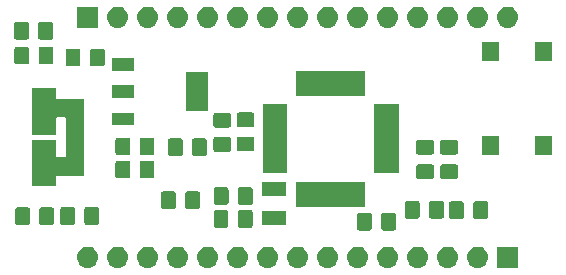
<source format=gbr>
G04 #@! TF.GenerationSoftware,KiCad,Pcbnew,(5.1.4)-1*
G04 #@! TF.CreationDate,2019-09-26T17:39:29-04:00*
G04 #@! TF.ProjectId,samd21-board,73616d64-3231-42d6-926f-6172642e6b69,rev?*
G04 #@! TF.SameCoordinates,Original*
G04 #@! TF.FileFunction,Soldermask,Top*
G04 #@! TF.FilePolarity,Negative*
%FSLAX46Y46*%
G04 Gerber Fmt 4.6, Leading zero omitted, Abs format (unit mm)*
G04 Created by KiCad (PCBNEW (5.1.4)-1) date 2019-09-26 17:39:29*
%MOMM*%
%LPD*%
G04 APERTURE LIST*
%ADD10C,0.100000*%
G04 APERTURE END LIST*
D10*
G36*
X78088443Y-97149519D02*
G01*
X78154627Y-97156037D01*
X78324466Y-97207557D01*
X78480991Y-97291222D01*
X78516729Y-97320552D01*
X78618186Y-97403814D01*
X78701448Y-97505271D01*
X78730778Y-97541009D01*
X78814443Y-97697534D01*
X78865963Y-97867373D01*
X78883359Y-98044000D01*
X78865963Y-98220627D01*
X78814443Y-98390466D01*
X78730778Y-98546991D01*
X78701448Y-98582729D01*
X78618186Y-98684186D01*
X78516729Y-98767448D01*
X78480991Y-98796778D01*
X78324466Y-98880443D01*
X78154627Y-98931963D01*
X78088443Y-98938481D01*
X78022260Y-98945000D01*
X77933740Y-98945000D01*
X77867558Y-98938482D01*
X77801373Y-98931963D01*
X77631534Y-98880443D01*
X77475009Y-98796778D01*
X77439271Y-98767448D01*
X77337814Y-98684186D01*
X77254552Y-98582729D01*
X77225222Y-98546991D01*
X77141557Y-98390466D01*
X77090037Y-98220627D01*
X77072641Y-98044000D01*
X77090037Y-97867373D01*
X77141557Y-97697534D01*
X77225222Y-97541009D01*
X77254552Y-97505271D01*
X77337814Y-97403814D01*
X77439271Y-97320552D01*
X77475009Y-97291222D01*
X77631534Y-97207557D01*
X77801373Y-97156037D01*
X77867557Y-97149519D01*
X77933740Y-97143000D01*
X78022260Y-97143000D01*
X78088443Y-97149519D01*
X78088443Y-97149519D01*
G37*
G36*
X96659000Y-98945000D02*
G01*
X94857000Y-98945000D01*
X94857000Y-97143000D01*
X96659000Y-97143000D01*
X96659000Y-98945000D01*
X96659000Y-98945000D01*
G37*
G36*
X88248443Y-97149519D02*
G01*
X88314627Y-97156037D01*
X88484466Y-97207557D01*
X88640991Y-97291222D01*
X88676729Y-97320552D01*
X88778186Y-97403814D01*
X88861448Y-97505271D01*
X88890778Y-97541009D01*
X88974443Y-97697534D01*
X89025963Y-97867373D01*
X89043359Y-98044000D01*
X89025963Y-98220627D01*
X88974443Y-98390466D01*
X88890778Y-98546991D01*
X88861448Y-98582729D01*
X88778186Y-98684186D01*
X88676729Y-98767448D01*
X88640991Y-98796778D01*
X88484466Y-98880443D01*
X88314627Y-98931963D01*
X88248443Y-98938481D01*
X88182260Y-98945000D01*
X88093740Y-98945000D01*
X88027558Y-98938482D01*
X87961373Y-98931963D01*
X87791534Y-98880443D01*
X87635009Y-98796778D01*
X87599271Y-98767448D01*
X87497814Y-98684186D01*
X87414552Y-98582729D01*
X87385222Y-98546991D01*
X87301557Y-98390466D01*
X87250037Y-98220627D01*
X87232641Y-98044000D01*
X87250037Y-97867373D01*
X87301557Y-97697534D01*
X87385222Y-97541009D01*
X87414552Y-97505271D01*
X87497814Y-97403814D01*
X87599271Y-97320552D01*
X87635009Y-97291222D01*
X87791534Y-97207557D01*
X87961373Y-97156037D01*
X88027558Y-97149518D01*
X88093740Y-97143000D01*
X88182260Y-97143000D01*
X88248443Y-97149519D01*
X88248443Y-97149519D01*
G37*
G36*
X85708443Y-97149519D02*
G01*
X85774627Y-97156037D01*
X85944466Y-97207557D01*
X86100991Y-97291222D01*
X86136729Y-97320552D01*
X86238186Y-97403814D01*
X86321448Y-97505271D01*
X86350778Y-97541009D01*
X86434443Y-97697534D01*
X86485963Y-97867373D01*
X86503359Y-98044000D01*
X86485963Y-98220627D01*
X86434443Y-98390466D01*
X86350778Y-98546991D01*
X86321448Y-98582729D01*
X86238186Y-98684186D01*
X86136729Y-98767448D01*
X86100991Y-98796778D01*
X85944466Y-98880443D01*
X85774627Y-98931963D01*
X85708443Y-98938481D01*
X85642260Y-98945000D01*
X85553740Y-98945000D01*
X85487558Y-98938482D01*
X85421373Y-98931963D01*
X85251534Y-98880443D01*
X85095009Y-98796778D01*
X85059271Y-98767448D01*
X84957814Y-98684186D01*
X84874552Y-98582729D01*
X84845222Y-98546991D01*
X84761557Y-98390466D01*
X84710037Y-98220627D01*
X84692641Y-98044000D01*
X84710037Y-97867373D01*
X84761557Y-97697534D01*
X84845222Y-97541009D01*
X84874552Y-97505271D01*
X84957814Y-97403814D01*
X85059271Y-97320552D01*
X85095009Y-97291222D01*
X85251534Y-97207557D01*
X85421373Y-97156037D01*
X85487557Y-97149519D01*
X85553740Y-97143000D01*
X85642260Y-97143000D01*
X85708443Y-97149519D01*
X85708443Y-97149519D01*
G37*
G36*
X83168443Y-97149519D02*
G01*
X83234627Y-97156037D01*
X83404466Y-97207557D01*
X83560991Y-97291222D01*
X83596729Y-97320552D01*
X83698186Y-97403814D01*
X83781448Y-97505271D01*
X83810778Y-97541009D01*
X83894443Y-97697534D01*
X83945963Y-97867373D01*
X83963359Y-98044000D01*
X83945963Y-98220627D01*
X83894443Y-98390466D01*
X83810778Y-98546991D01*
X83781448Y-98582729D01*
X83698186Y-98684186D01*
X83596729Y-98767448D01*
X83560991Y-98796778D01*
X83404466Y-98880443D01*
X83234627Y-98931963D01*
X83168443Y-98938481D01*
X83102260Y-98945000D01*
X83013740Y-98945000D01*
X82947558Y-98938482D01*
X82881373Y-98931963D01*
X82711534Y-98880443D01*
X82555009Y-98796778D01*
X82519271Y-98767448D01*
X82417814Y-98684186D01*
X82334552Y-98582729D01*
X82305222Y-98546991D01*
X82221557Y-98390466D01*
X82170037Y-98220627D01*
X82152641Y-98044000D01*
X82170037Y-97867373D01*
X82221557Y-97697534D01*
X82305222Y-97541009D01*
X82334552Y-97505271D01*
X82417814Y-97403814D01*
X82519271Y-97320552D01*
X82555009Y-97291222D01*
X82711534Y-97207557D01*
X82881373Y-97156037D01*
X82947557Y-97149519D01*
X83013740Y-97143000D01*
X83102260Y-97143000D01*
X83168443Y-97149519D01*
X83168443Y-97149519D01*
G37*
G36*
X80628443Y-97149519D02*
G01*
X80694627Y-97156037D01*
X80864466Y-97207557D01*
X81020991Y-97291222D01*
X81056729Y-97320552D01*
X81158186Y-97403814D01*
X81241448Y-97505271D01*
X81270778Y-97541009D01*
X81354443Y-97697534D01*
X81405963Y-97867373D01*
X81423359Y-98044000D01*
X81405963Y-98220627D01*
X81354443Y-98390466D01*
X81270778Y-98546991D01*
X81241448Y-98582729D01*
X81158186Y-98684186D01*
X81056729Y-98767448D01*
X81020991Y-98796778D01*
X80864466Y-98880443D01*
X80694627Y-98931963D01*
X80628443Y-98938481D01*
X80562260Y-98945000D01*
X80473740Y-98945000D01*
X80407558Y-98938482D01*
X80341373Y-98931963D01*
X80171534Y-98880443D01*
X80015009Y-98796778D01*
X79979271Y-98767448D01*
X79877814Y-98684186D01*
X79794552Y-98582729D01*
X79765222Y-98546991D01*
X79681557Y-98390466D01*
X79630037Y-98220627D01*
X79612641Y-98044000D01*
X79630037Y-97867373D01*
X79681557Y-97697534D01*
X79765222Y-97541009D01*
X79794552Y-97505271D01*
X79877814Y-97403814D01*
X79979271Y-97320552D01*
X80015009Y-97291222D01*
X80171534Y-97207557D01*
X80341373Y-97156037D01*
X80407557Y-97149519D01*
X80473740Y-97143000D01*
X80562260Y-97143000D01*
X80628443Y-97149519D01*
X80628443Y-97149519D01*
G37*
G36*
X90788443Y-97149519D02*
G01*
X90854627Y-97156037D01*
X91024466Y-97207557D01*
X91180991Y-97291222D01*
X91216729Y-97320552D01*
X91318186Y-97403814D01*
X91401448Y-97505271D01*
X91430778Y-97541009D01*
X91514443Y-97697534D01*
X91565963Y-97867373D01*
X91583359Y-98044000D01*
X91565963Y-98220627D01*
X91514443Y-98390466D01*
X91430778Y-98546991D01*
X91401448Y-98582729D01*
X91318186Y-98684186D01*
X91216729Y-98767448D01*
X91180991Y-98796778D01*
X91024466Y-98880443D01*
X90854627Y-98931963D01*
X90788443Y-98938481D01*
X90722260Y-98945000D01*
X90633740Y-98945000D01*
X90567558Y-98938482D01*
X90501373Y-98931963D01*
X90331534Y-98880443D01*
X90175009Y-98796778D01*
X90139271Y-98767448D01*
X90037814Y-98684186D01*
X89954552Y-98582729D01*
X89925222Y-98546991D01*
X89841557Y-98390466D01*
X89790037Y-98220627D01*
X89772641Y-98044000D01*
X89790037Y-97867373D01*
X89841557Y-97697534D01*
X89925222Y-97541009D01*
X89954552Y-97505271D01*
X90037814Y-97403814D01*
X90139271Y-97320552D01*
X90175009Y-97291222D01*
X90331534Y-97207557D01*
X90501373Y-97156037D01*
X90567558Y-97149518D01*
X90633740Y-97143000D01*
X90722260Y-97143000D01*
X90788443Y-97149519D01*
X90788443Y-97149519D01*
G37*
G36*
X93328443Y-97149519D02*
G01*
X93394627Y-97156037D01*
X93564466Y-97207557D01*
X93720991Y-97291222D01*
X93756729Y-97320552D01*
X93858186Y-97403814D01*
X93941448Y-97505271D01*
X93970778Y-97541009D01*
X94054443Y-97697534D01*
X94105963Y-97867373D01*
X94123359Y-98044000D01*
X94105963Y-98220627D01*
X94054443Y-98390466D01*
X93970778Y-98546991D01*
X93941448Y-98582729D01*
X93858186Y-98684186D01*
X93756729Y-98767448D01*
X93720991Y-98796778D01*
X93564466Y-98880443D01*
X93394627Y-98931963D01*
X93328443Y-98938481D01*
X93262260Y-98945000D01*
X93173740Y-98945000D01*
X93107558Y-98938482D01*
X93041373Y-98931963D01*
X92871534Y-98880443D01*
X92715009Y-98796778D01*
X92679271Y-98767448D01*
X92577814Y-98684186D01*
X92494552Y-98582729D01*
X92465222Y-98546991D01*
X92381557Y-98390466D01*
X92330037Y-98220627D01*
X92312641Y-98044000D01*
X92330037Y-97867373D01*
X92381557Y-97697534D01*
X92465222Y-97541009D01*
X92494552Y-97505271D01*
X92577814Y-97403814D01*
X92679271Y-97320552D01*
X92715009Y-97291222D01*
X92871534Y-97207557D01*
X93041373Y-97156037D01*
X93107558Y-97149518D01*
X93173740Y-97143000D01*
X93262260Y-97143000D01*
X93328443Y-97149519D01*
X93328443Y-97149519D01*
G37*
G36*
X75548443Y-97149519D02*
G01*
X75614627Y-97156037D01*
X75784466Y-97207557D01*
X75940991Y-97291222D01*
X75976729Y-97320552D01*
X76078186Y-97403814D01*
X76161448Y-97505271D01*
X76190778Y-97541009D01*
X76274443Y-97697534D01*
X76325963Y-97867373D01*
X76343359Y-98044000D01*
X76325963Y-98220627D01*
X76274443Y-98390466D01*
X76190778Y-98546991D01*
X76161448Y-98582729D01*
X76078186Y-98684186D01*
X75976729Y-98767448D01*
X75940991Y-98796778D01*
X75784466Y-98880443D01*
X75614627Y-98931963D01*
X75548443Y-98938481D01*
X75482260Y-98945000D01*
X75393740Y-98945000D01*
X75327558Y-98938482D01*
X75261373Y-98931963D01*
X75091534Y-98880443D01*
X74935009Y-98796778D01*
X74899271Y-98767448D01*
X74797814Y-98684186D01*
X74714552Y-98582729D01*
X74685222Y-98546991D01*
X74601557Y-98390466D01*
X74550037Y-98220627D01*
X74532641Y-98044000D01*
X74550037Y-97867373D01*
X74601557Y-97697534D01*
X74685222Y-97541009D01*
X74714552Y-97505271D01*
X74797814Y-97403814D01*
X74899271Y-97320552D01*
X74935009Y-97291222D01*
X75091534Y-97207557D01*
X75261373Y-97156037D01*
X75327557Y-97149519D01*
X75393740Y-97143000D01*
X75482260Y-97143000D01*
X75548443Y-97149519D01*
X75548443Y-97149519D01*
G37*
G36*
X73008443Y-97149519D02*
G01*
X73074627Y-97156037D01*
X73244466Y-97207557D01*
X73400991Y-97291222D01*
X73436729Y-97320552D01*
X73538186Y-97403814D01*
X73621448Y-97505271D01*
X73650778Y-97541009D01*
X73734443Y-97697534D01*
X73785963Y-97867373D01*
X73803359Y-98044000D01*
X73785963Y-98220627D01*
X73734443Y-98390466D01*
X73650778Y-98546991D01*
X73621448Y-98582729D01*
X73538186Y-98684186D01*
X73436729Y-98767448D01*
X73400991Y-98796778D01*
X73244466Y-98880443D01*
X73074627Y-98931963D01*
X73008443Y-98938481D01*
X72942260Y-98945000D01*
X72853740Y-98945000D01*
X72787558Y-98938482D01*
X72721373Y-98931963D01*
X72551534Y-98880443D01*
X72395009Y-98796778D01*
X72359271Y-98767448D01*
X72257814Y-98684186D01*
X72174552Y-98582729D01*
X72145222Y-98546991D01*
X72061557Y-98390466D01*
X72010037Y-98220627D01*
X71992641Y-98044000D01*
X72010037Y-97867373D01*
X72061557Y-97697534D01*
X72145222Y-97541009D01*
X72174552Y-97505271D01*
X72257814Y-97403814D01*
X72359271Y-97320552D01*
X72395009Y-97291222D01*
X72551534Y-97207557D01*
X72721373Y-97156037D01*
X72787557Y-97149519D01*
X72853740Y-97143000D01*
X72942260Y-97143000D01*
X73008443Y-97149519D01*
X73008443Y-97149519D01*
G37*
G36*
X70468443Y-97149519D02*
G01*
X70534627Y-97156037D01*
X70704466Y-97207557D01*
X70860991Y-97291222D01*
X70896729Y-97320552D01*
X70998186Y-97403814D01*
X71081448Y-97505271D01*
X71110778Y-97541009D01*
X71194443Y-97697534D01*
X71245963Y-97867373D01*
X71263359Y-98044000D01*
X71245963Y-98220627D01*
X71194443Y-98390466D01*
X71110778Y-98546991D01*
X71081448Y-98582729D01*
X70998186Y-98684186D01*
X70896729Y-98767448D01*
X70860991Y-98796778D01*
X70704466Y-98880443D01*
X70534627Y-98931963D01*
X70468443Y-98938481D01*
X70402260Y-98945000D01*
X70313740Y-98945000D01*
X70247558Y-98938482D01*
X70181373Y-98931963D01*
X70011534Y-98880443D01*
X69855009Y-98796778D01*
X69819271Y-98767448D01*
X69717814Y-98684186D01*
X69634552Y-98582729D01*
X69605222Y-98546991D01*
X69521557Y-98390466D01*
X69470037Y-98220627D01*
X69452641Y-98044000D01*
X69470037Y-97867373D01*
X69521557Y-97697534D01*
X69605222Y-97541009D01*
X69634552Y-97505271D01*
X69717814Y-97403814D01*
X69819271Y-97320552D01*
X69855009Y-97291222D01*
X70011534Y-97207557D01*
X70181373Y-97156037D01*
X70247557Y-97149519D01*
X70313740Y-97143000D01*
X70402260Y-97143000D01*
X70468443Y-97149519D01*
X70468443Y-97149519D01*
G37*
G36*
X67928443Y-97149519D02*
G01*
X67994627Y-97156037D01*
X68164466Y-97207557D01*
X68320991Y-97291222D01*
X68356729Y-97320552D01*
X68458186Y-97403814D01*
X68541448Y-97505271D01*
X68570778Y-97541009D01*
X68654443Y-97697534D01*
X68705963Y-97867373D01*
X68723359Y-98044000D01*
X68705963Y-98220627D01*
X68654443Y-98390466D01*
X68570778Y-98546991D01*
X68541448Y-98582729D01*
X68458186Y-98684186D01*
X68356729Y-98767448D01*
X68320991Y-98796778D01*
X68164466Y-98880443D01*
X67994627Y-98931963D01*
X67928442Y-98938482D01*
X67862260Y-98945000D01*
X67773740Y-98945000D01*
X67707558Y-98938482D01*
X67641373Y-98931963D01*
X67471534Y-98880443D01*
X67315009Y-98796778D01*
X67279271Y-98767448D01*
X67177814Y-98684186D01*
X67094552Y-98582729D01*
X67065222Y-98546991D01*
X66981557Y-98390466D01*
X66930037Y-98220627D01*
X66912641Y-98044000D01*
X66930037Y-97867373D01*
X66981557Y-97697534D01*
X67065222Y-97541009D01*
X67094552Y-97505271D01*
X67177814Y-97403814D01*
X67279271Y-97320552D01*
X67315009Y-97291222D01*
X67471534Y-97207557D01*
X67641373Y-97156037D01*
X67707557Y-97149519D01*
X67773740Y-97143000D01*
X67862260Y-97143000D01*
X67928443Y-97149519D01*
X67928443Y-97149519D01*
G37*
G36*
X65388443Y-97149519D02*
G01*
X65454627Y-97156037D01*
X65624466Y-97207557D01*
X65780991Y-97291222D01*
X65816729Y-97320552D01*
X65918186Y-97403814D01*
X66001448Y-97505271D01*
X66030778Y-97541009D01*
X66114443Y-97697534D01*
X66165963Y-97867373D01*
X66183359Y-98044000D01*
X66165963Y-98220627D01*
X66114443Y-98390466D01*
X66030778Y-98546991D01*
X66001448Y-98582729D01*
X65918186Y-98684186D01*
X65816729Y-98767448D01*
X65780991Y-98796778D01*
X65624466Y-98880443D01*
X65454627Y-98931963D01*
X65388442Y-98938482D01*
X65322260Y-98945000D01*
X65233740Y-98945000D01*
X65167558Y-98938482D01*
X65101373Y-98931963D01*
X64931534Y-98880443D01*
X64775009Y-98796778D01*
X64739271Y-98767448D01*
X64637814Y-98684186D01*
X64554552Y-98582729D01*
X64525222Y-98546991D01*
X64441557Y-98390466D01*
X64390037Y-98220627D01*
X64372641Y-98044000D01*
X64390037Y-97867373D01*
X64441557Y-97697534D01*
X64525222Y-97541009D01*
X64554552Y-97505271D01*
X64637814Y-97403814D01*
X64739271Y-97320552D01*
X64775009Y-97291222D01*
X64931534Y-97207557D01*
X65101373Y-97156037D01*
X65167557Y-97149519D01*
X65233740Y-97143000D01*
X65322260Y-97143000D01*
X65388443Y-97149519D01*
X65388443Y-97149519D01*
G37*
G36*
X62848443Y-97149519D02*
G01*
X62914627Y-97156037D01*
X63084466Y-97207557D01*
X63240991Y-97291222D01*
X63276729Y-97320552D01*
X63378186Y-97403814D01*
X63461448Y-97505271D01*
X63490778Y-97541009D01*
X63574443Y-97697534D01*
X63625963Y-97867373D01*
X63643359Y-98044000D01*
X63625963Y-98220627D01*
X63574443Y-98390466D01*
X63490778Y-98546991D01*
X63461448Y-98582729D01*
X63378186Y-98684186D01*
X63276729Y-98767448D01*
X63240991Y-98796778D01*
X63084466Y-98880443D01*
X62914627Y-98931963D01*
X62848442Y-98938482D01*
X62782260Y-98945000D01*
X62693740Y-98945000D01*
X62627558Y-98938482D01*
X62561373Y-98931963D01*
X62391534Y-98880443D01*
X62235009Y-98796778D01*
X62199271Y-98767448D01*
X62097814Y-98684186D01*
X62014552Y-98582729D01*
X61985222Y-98546991D01*
X61901557Y-98390466D01*
X61850037Y-98220627D01*
X61832641Y-98044000D01*
X61850037Y-97867373D01*
X61901557Y-97697534D01*
X61985222Y-97541009D01*
X62014552Y-97505271D01*
X62097814Y-97403814D01*
X62199271Y-97320552D01*
X62235009Y-97291222D01*
X62391534Y-97207557D01*
X62561373Y-97156037D01*
X62627557Y-97149519D01*
X62693740Y-97143000D01*
X62782260Y-97143000D01*
X62848443Y-97149519D01*
X62848443Y-97149519D01*
G37*
G36*
X60308443Y-97149519D02*
G01*
X60374627Y-97156037D01*
X60544466Y-97207557D01*
X60700991Y-97291222D01*
X60736729Y-97320552D01*
X60838186Y-97403814D01*
X60921448Y-97505271D01*
X60950778Y-97541009D01*
X61034443Y-97697534D01*
X61085963Y-97867373D01*
X61103359Y-98044000D01*
X61085963Y-98220627D01*
X61034443Y-98390466D01*
X60950778Y-98546991D01*
X60921448Y-98582729D01*
X60838186Y-98684186D01*
X60736729Y-98767448D01*
X60700991Y-98796778D01*
X60544466Y-98880443D01*
X60374627Y-98931963D01*
X60308442Y-98938482D01*
X60242260Y-98945000D01*
X60153740Y-98945000D01*
X60087558Y-98938482D01*
X60021373Y-98931963D01*
X59851534Y-98880443D01*
X59695009Y-98796778D01*
X59659271Y-98767448D01*
X59557814Y-98684186D01*
X59474552Y-98582729D01*
X59445222Y-98546991D01*
X59361557Y-98390466D01*
X59310037Y-98220627D01*
X59292641Y-98044000D01*
X59310037Y-97867373D01*
X59361557Y-97697534D01*
X59445222Y-97541009D01*
X59474552Y-97505271D01*
X59557814Y-97403814D01*
X59659271Y-97320552D01*
X59695009Y-97291222D01*
X59851534Y-97207557D01*
X60021373Y-97156037D01*
X60087557Y-97149519D01*
X60153740Y-97143000D01*
X60242260Y-97143000D01*
X60308443Y-97149519D01*
X60308443Y-97149519D01*
G37*
G36*
X84096874Y-94287565D02*
G01*
X84134567Y-94298999D01*
X84169303Y-94317566D01*
X84199748Y-94342552D01*
X84224734Y-94372997D01*
X84243301Y-94407733D01*
X84254735Y-94445426D01*
X84259200Y-94490761D01*
X84259200Y-95577439D01*
X84254735Y-95622774D01*
X84243301Y-95660467D01*
X84224734Y-95695203D01*
X84199748Y-95725648D01*
X84169303Y-95750634D01*
X84134567Y-95769201D01*
X84096874Y-95780635D01*
X84051539Y-95785100D01*
X83214861Y-95785100D01*
X83169526Y-95780635D01*
X83131833Y-95769201D01*
X83097097Y-95750634D01*
X83066652Y-95725648D01*
X83041666Y-95695203D01*
X83023099Y-95660467D01*
X83011665Y-95622774D01*
X83007200Y-95577439D01*
X83007200Y-94490761D01*
X83011665Y-94445426D01*
X83023099Y-94407733D01*
X83041666Y-94372997D01*
X83066652Y-94342552D01*
X83097097Y-94317566D01*
X83131833Y-94298999D01*
X83169526Y-94287565D01*
X83214861Y-94283100D01*
X84051539Y-94283100D01*
X84096874Y-94287565D01*
X84096874Y-94287565D01*
G37*
G36*
X86146874Y-94287565D02*
G01*
X86184567Y-94298999D01*
X86219303Y-94317566D01*
X86249748Y-94342552D01*
X86274734Y-94372997D01*
X86293301Y-94407733D01*
X86304735Y-94445426D01*
X86309200Y-94490761D01*
X86309200Y-95577439D01*
X86304735Y-95622774D01*
X86293301Y-95660467D01*
X86274734Y-95695203D01*
X86249748Y-95725648D01*
X86219303Y-95750634D01*
X86184567Y-95769201D01*
X86146874Y-95780635D01*
X86101539Y-95785100D01*
X85264861Y-95785100D01*
X85219526Y-95780635D01*
X85181833Y-95769201D01*
X85147097Y-95750634D01*
X85116652Y-95725648D01*
X85091666Y-95695203D01*
X85073099Y-95660467D01*
X85061665Y-95622774D01*
X85057200Y-95577439D01*
X85057200Y-94490761D01*
X85061665Y-94445426D01*
X85073099Y-94407733D01*
X85091666Y-94372997D01*
X85116652Y-94342552D01*
X85147097Y-94317566D01*
X85181833Y-94298999D01*
X85219526Y-94287565D01*
X85264861Y-94283100D01*
X86101539Y-94283100D01*
X86146874Y-94287565D01*
X86146874Y-94287565D01*
G37*
G36*
X74005674Y-94058965D02*
G01*
X74043367Y-94070399D01*
X74078103Y-94088966D01*
X74108548Y-94113952D01*
X74133534Y-94144397D01*
X74152101Y-94179133D01*
X74163535Y-94216826D01*
X74168000Y-94262161D01*
X74168000Y-95348839D01*
X74163535Y-95394174D01*
X74152101Y-95431867D01*
X74133534Y-95466603D01*
X74108548Y-95497048D01*
X74078103Y-95522034D01*
X74043367Y-95540601D01*
X74005674Y-95552035D01*
X73960339Y-95556500D01*
X73123661Y-95556500D01*
X73078326Y-95552035D01*
X73040633Y-95540601D01*
X73005897Y-95522034D01*
X72975452Y-95497048D01*
X72950466Y-95466603D01*
X72931899Y-95431867D01*
X72920465Y-95394174D01*
X72916000Y-95348839D01*
X72916000Y-94262161D01*
X72920465Y-94216826D01*
X72931899Y-94179133D01*
X72950466Y-94144397D01*
X72975452Y-94113952D01*
X73005897Y-94088966D01*
X73040633Y-94070399D01*
X73078326Y-94058965D01*
X73123661Y-94054500D01*
X73960339Y-94054500D01*
X74005674Y-94058965D01*
X74005674Y-94058965D01*
G37*
G36*
X71955674Y-94058965D02*
G01*
X71993367Y-94070399D01*
X72028103Y-94088966D01*
X72058548Y-94113952D01*
X72083534Y-94144397D01*
X72102101Y-94179133D01*
X72113535Y-94216826D01*
X72118000Y-94262161D01*
X72118000Y-95348839D01*
X72113535Y-95394174D01*
X72102101Y-95431867D01*
X72083534Y-95466603D01*
X72058548Y-95497048D01*
X72028103Y-95522034D01*
X71993367Y-95540601D01*
X71955674Y-95552035D01*
X71910339Y-95556500D01*
X71073661Y-95556500D01*
X71028326Y-95552035D01*
X70990633Y-95540601D01*
X70955897Y-95522034D01*
X70925452Y-95497048D01*
X70900466Y-95466603D01*
X70881899Y-95431867D01*
X70870465Y-95394174D01*
X70866000Y-95348839D01*
X70866000Y-94262161D01*
X70870465Y-94216826D01*
X70881899Y-94179133D01*
X70900466Y-94144397D01*
X70925452Y-94113952D01*
X70955897Y-94088966D01*
X70990633Y-94070399D01*
X71028326Y-94058965D01*
X71073661Y-94054500D01*
X71910339Y-94054500D01*
X71955674Y-94058965D01*
X71955674Y-94058965D01*
G37*
G36*
X76972400Y-95348400D02*
G01*
X74970400Y-95348400D01*
X74970400Y-94146400D01*
X76972400Y-94146400D01*
X76972400Y-95348400D01*
X76972400Y-95348400D01*
G37*
G36*
X55153574Y-93830365D02*
G01*
X55191267Y-93841799D01*
X55226003Y-93860366D01*
X55256448Y-93885352D01*
X55281434Y-93915797D01*
X55300001Y-93950533D01*
X55311435Y-93988226D01*
X55315900Y-94033561D01*
X55315900Y-95120239D01*
X55311435Y-95165574D01*
X55300001Y-95203267D01*
X55281434Y-95238003D01*
X55256448Y-95268448D01*
X55226003Y-95293434D01*
X55191267Y-95312001D01*
X55153574Y-95323435D01*
X55108239Y-95327900D01*
X54271561Y-95327900D01*
X54226226Y-95323435D01*
X54188533Y-95312001D01*
X54153797Y-95293434D01*
X54123352Y-95268448D01*
X54098366Y-95238003D01*
X54079799Y-95203267D01*
X54068365Y-95165574D01*
X54063900Y-95120239D01*
X54063900Y-94033561D01*
X54068365Y-93988226D01*
X54079799Y-93950533D01*
X54098366Y-93915797D01*
X54123352Y-93885352D01*
X54153797Y-93860366D01*
X54188533Y-93841799D01*
X54226226Y-93830365D01*
X54271561Y-93825900D01*
X55108239Y-93825900D01*
X55153574Y-93830365D01*
X55153574Y-93830365D01*
G37*
G36*
X57203574Y-93830365D02*
G01*
X57241267Y-93841799D01*
X57276003Y-93860366D01*
X57306448Y-93885352D01*
X57331434Y-93915797D01*
X57350001Y-93950533D01*
X57361435Y-93988226D01*
X57365900Y-94033561D01*
X57365900Y-95120239D01*
X57361435Y-95165574D01*
X57350001Y-95203267D01*
X57331434Y-95238003D01*
X57306448Y-95268448D01*
X57276003Y-95293434D01*
X57241267Y-95312001D01*
X57203574Y-95323435D01*
X57158239Y-95327900D01*
X56321561Y-95327900D01*
X56276226Y-95323435D01*
X56238533Y-95312001D01*
X56203797Y-95293434D01*
X56173352Y-95268448D01*
X56148366Y-95238003D01*
X56129799Y-95203267D01*
X56118365Y-95165574D01*
X56113900Y-95120239D01*
X56113900Y-94033561D01*
X56118365Y-93988226D01*
X56129799Y-93950533D01*
X56148366Y-93915797D01*
X56173352Y-93885352D01*
X56203797Y-93860366D01*
X56238533Y-93841799D01*
X56276226Y-93830365D01*
X56321561Y-93825900D01*
X57158239Y-93825900D01*
X57203574Y-93830365D01*
X57203574Y-93830365D01*
G37*
G36*
X58963574Y-93804965D02*
G01*
X59001267Y-93816399D01*
X59036003Y-93834966D01*
X59066448Y-93859952D01*
X59091434Y-93890397D01*
X59110001Y-93925133D01*
X59121435Y-93962826D01*
X59125900Y-94008161D01*
X59125900Y-95094839D01*
X59121435Y-95140174D01*
X59110001Y-95177867D01*
X59091434Y-95212603D01*
X59066448Y-95243048D01*
X59036003Y-95268034D01*
X59001267Y-95286601D01*
X58963574Y-95298035D01*
X58918239Y-95302500D01*
X58081561Y-95302500D01*
X58036226Y-95298035D01*
X57998533Y-95286601D01*
X57963797Y-95268034D01*
X57933352Y-95243048D01*
X57908366Y-95212603D01*
X57889799Y-95177867D01*
X57878365Y-95140174D01*
X57873900Y-95094839D01*
X57873900Y-94008161D01*
X57878365Y-93962826D01*
X57889799Y-93925133D01*
X57908366Y-93890397D01*
X57933352Y-93859952D01*
X57963797Y-93834966D01*
X57998533Y-93816399D01*
X58036226Y-93804965D01*
X58081561Y-93800500D01*
X58918239Y-93800500D01*
X58963574Y-93804965D01*
X58963574Y-93804965D01*
G37*
G36*
X61013574Y-93804965D02*
G01*
X61051267Y-93816399D01*
X61086003Y-93834966D01*
X61116448Y-93859952D01*
X61141434Y-93890397D01*
X61160001Y-93925133D01*
X61171435Y-93962826D01*
X61175900Y-94008161D01*
X61175900Y-95094839D01*
X61171435Y-95140174D01*
X61160001Y-95177867D01*
X61141434Y-95212603D01*
X61116448Y-95243048D01*
X61086003Y-95268034D01*
X61051267Y-95286601D01*
X61013574Y-95298035D01*
X60968239Y-95302500D01*
X60131561Y-95302500D01*
X60086226Y-95298035D01*
X60048533Y-95286601D01*
X60013797Y-95268034D01*
X59983352Y-95243048D01*
X59958366Y-95212603D01*
X59939799Y-95177867D01*
X59928365Y-95140174D01*
X59923900Y-95094839D01*
X59923900Y-94008161D01*
X59928365Y-93962826D01*
X59939799Y-93925133D01*
X59958366Y-93890397D01*
X59983352Y-93859952D01*
X60013797Y-93834966D01*
X60048533Y-93816399D01*
X60086226Y-93804965D01*
X60131561Y-93800500D01*
X60968239Y-93800500D01*
X61013574Y-93804965D01*
X61013574Y-93804965D01*
G37*
G36*
X91894674Y-93309665D02*
G01*
X91932367Y-93321099D01*
X91967103Y-93339666D01*
X91997548Y-93364652D01*
X92022534Y-93395097D01*
X92041101Y-93429833D01*
X92052535Y-93467526D01*
X92057000Y-93512861D01*
X92057000Y-94599539D01*
X92052535Y-94644874D01*
X92041101Y-94682567D01*
X92022534Y-94717303D01*
X91997548Y-94747748D01*
X91967103Y-94772734D01*
X91932367Y-94791301D01*
X91894674Y-94802735D01*
X91849339Y-94807200D01*
X91012661Y-94807200D01*
X90967326Y-94802735D01*
X90929633Y-94791301D01*
X90894897Y-94772734D01*
X90864452Y-94747748D01*
X90839466Y-94717303D01*
X90820899Y-94682567D01*
X90809465Y-94644874D01*
X90805000Y-94599539D01*
X90805000Y-93512861D01*
X90809465Y-93467526D01*
X90820899Y-93429833D01*
X90839466Y-93395097D01*
X90864452Y-93364652D01*
X90894897Y-93339666D01*
X90929633Y-93321099D01*
X90967326Y-93309665D01*
X91012661Y-93305200D01*
X91849339Y-93305200D01*
X91894674Y-93309665D01*
X91894674Y-93309665D01*
G37*
G36*
X93944674Y-93309665D02*
G01*
X93982367Y-93321099D01*
X94017103Y-93339666D01*
X94047548Y-93364652D01*
X94072534Y-93395097D01*
X94091101Y-93429833D01*
X94102535Y-93467526D01*
X94107000Y-93512861D01*
X94107000Y-94599539D01*
X94102535Y-94644874D01*
X94091101Y-94682567D01*
X94072534Y-94717303D01*
X94047548Y-94747748D01*
X94017103Y-94772734D01*
X93982367Y-94791301D01*
X93944674Y-94802735D01*
X93899339Y-94807200D01*
X93062661Y-94807200D01*
X93017326Y-94802735D01*
X92979633Y-94791301D01*
X92944897Y-94772734D01*
X92914452Y-94747748D01*
X92889466Y-94717303D01*
X92870899Y-94682567D01*
X92859465Y-94644874D01*
X92855000Y-94599539D01*
X92855000Y-93512861D01*
X92859465Y-93467526D01*
X92870899Y-93429833D01*
X92889466Y-93395097D01*
X92914452Y-93364652D01*
X92944897Y-93339666D01*
X92979633Y-93321099D01*
X93017326Y-93309665D01*
X93062661Y-93305200D01*
X93899339Y-93305200D01*
X93944674Y-93309665D01*
X93944674Y-93309665D01*
G37*
G36*
X90198174Y-93284265D02*
G01*
X90235867Y-93295699D01*
X90270603Y-93314266D01*
X90301048Y-93339252D01*
X90326034Y-93369697D01*
X90344601Y-93404433D01*
X90356035Y-93442126D01*
X90360500Y-93487461D01*
X90360500Y-94574139D01*
X90356035Y-94619474D01*
X90344601Y-94657167D01*
X90326034Y-94691903D01*
X90301048Y-94722348D01*
X90270603Y-94747334D01*
X90235867Y-94765901D01*
X90198174Y-94777335D01*
X90152839Y-94781800D01*
X89316161Y-94781800D01*
X89270826Y-94777335D01*
X89233133Y-94765901D01*
X89198397Y-94747334D01*
X89167952Y-94722348D01*
X89142966Y-94691903D01*
X89124399Y-94657167D01*
X89112965Y-94619474D01*
X89108500Y-94574139D01*
X89108500Y-93487461D01*
X89112965Y-93442126D01*
X89124399Y-93404433D01*
X89142966Y-93369697D01*
X89167952Y-93339252D01*
X89198397Y-93314266D01*
X89233133Y-93295699D01*
X89270826Y-93284265D01*
X89316161Y-93279800D01*
X90152839Y-93279800D01*
X90198174Y-93284265D01*
X90198174Y-93284265D01*
G37*
G36*
X88148174Y-93284265D02*
G01*
X88185867Y-93295699D01*
X88220603Y-93314266D01*
X88251048Y-93339252D01*
X88276034Y-93369697D01*
X88294601Y-93404433D01*
X88306035Y-93442126D01*
X88310500Y-93487461D01*
X88310500Y-94574139D01*
X88306035Y-94619474D01*
X88294601Y-94657167D01*
X88276034Y-94691903D01*
X88251048Y-94722348D01*
X88220603Y-94747334D01*
X88185867Y-94765901D01*
X88148174Y-94777335D01*
X88102839Y-94781800D01*
X87266161Y-94781800D01*
X87220826Y-94777335D01*
X87183133Y-94765901D01*
X87148397Y-94747334D01*
X87117952Y-94722348D01*
X87092966Y-94691903D01*
X87074399Y-94657167D01*
X87062965Y-94619474D01*
X87058500Y-94574139D01*
X87058500Y-93487461D01*
X87062965Y-93442126D01*
X87074399Y-93404433D01*
X87092966Y-93369697D01*
X87117952Y-93339252D01*
X87148397Y-93314266D01*
X87183133Y-93295699D01*
X87220826Y-93284265D01*
X87266161Y-93279800D01*
X88102839Y-93279800D01*
X88148174Y-93284265D01*
X88148174Y-93284265D01*
G37*
G36*
X67497974Y-92471465D02*
G01*
X67535667Y-92482899D01*
X67570403Y-92501466D01*
X67600848Y-92526452D01*
X67625834Y-92556897D01*
X67644401Y-92591633D01*
X67655835Y-92629326D01*
X67660300Y-92674661D01*
X67660300Y-93761339D01*
X67655835Y-93806674D01*
X67644401Y-93844367D01*
X67625834Y-93879103D01*
X67600848Y-93909548D01*
X67570403Y-93934534D01*
X67535667Y-93953101D01*
X67497974Y-93964535D01*
X67452639Y-93969000D01*
X66615961Y-93969000D01*
X66570626Y-93964535D01*
X66532933Y-93953101D01*
X66498197Y-93934534D01*
X66467752Y-93909548D01*
X66442766Y-93879103D01*
X66424199Y-93844367D01*
X66412765Y-93806674D01*
X66408300Y-93761339D01*
X66408300Y-92674661D01*
X66412765Y-92629326D01*
X66424199Y-92591633D01*
X66442766Y-92556897D01*
X66467752Y-92526452D01*
X66498197Y-92501466D01*
X66532933Y-92482899D01*
X66570626Y-92471465D01*
X66615961Y-92467000D01*
X67452639Y-92467000D01*
X67497974Y-92471465D01*
X67497974Y-92471465D01*
G37*
G36*
X69547974Y-92471465D02*
G01*
X69585667Y-92482899D01*
X69620403Y-92501466D01*
X69650848Y-92526452D01*
X69675834Y-92556897D01*
X69694401Y-92591633D01*
X69705835Y-92629326D01*
X69710300Y-92674661D01*
X69710300Y-93761339D01*
X69705835Y-93806674D01*
X69694401Y-93844367D01*
X69675834Y-93879103D01*
X69650848Y-93909548D01*
X69620403Y-93934534D01*
X69585667Y-93953101D01*
X69547974Y-93964535D01*
X69502639Y-93969000D01*
X68665961Y-93969000D01*
X68620626Y-93964535D01*
X68582933Y-93953101D01*
X68548197Y-93934534D01*
X68517752Y-93909548D01*
X68492766Y-93879103D01*
X68474199Y-93844367D01*
X68462765Y-93806674D01*
X68458300Y-93761339D01*
X68458300Y-92674661D01*
X68462765Y-92629326D01*
X68474199Y-92591633D01*
X68492766Y-92556897D01*
X68517752Y-92526452D01*
X68548197Y-92501466D01*
X68582933Y-92482899D01*
X68620626Y-92471465D01*
X68665961Y-92467000D01*
X69502639Y-92467000D01*
X69547974Y-92471465D01*
X69547974Y-92471465D01*
G37*
G36*
X83698000Y-93762000D02*
G01*
X77846000Y-93762000D01*
X77846000Y-91660000D01*
X83698000Y-91660000D01*
X83698000Y-93762000D01*
X83698000Y-93762000D01*
G37*
G36*
X74018374Y-92115865D02*
G01*
X74056067Y-92127299D01*
X74090803Y-92145866D01*
X74121248Y-92170852D01*
X74146234Y-92201297D01*
X74164801Y-92236033D01*
X74176235Y-92273726D01*
X74180700Y-92319061D01*
X74180700Y-93405739D01*
X74176235Y-93451074D01*
X74164801Y-93488767D01*
X74146234Y-93523503D01*
X74121248Y-93553948D01*
X74090803Y-93578934D01*
X74056067Y-93597501D01*
X74018374Y-93608935D01*
X73973039Y-93613400D01*
X73136361Y-93613400D01*
X73091026Y-93608935D01*
X73053333Y-93597501D01*
X73018597Y-93578934D01*
X72988152Y-93553948D01*
X72963166Y-93523503D01*
X72944599Y-93488767D01*
X72933165Y-93451074D01*
X72928700Y-93405739D01*
X72928700Y-92319061D01*
X72933165Y-92273726D01*
X72944599Y-92236033D01*
X72963166Y-92201297D01*
X72988152Y-92170852D01*
X73018597Y-92145866D01*
X73053333Y-92127299D01*
X73091026Y-92115865D01*
X73136361Y-92111400D01*
X73973039Y-92111400D01*
X74018374Y-92115865D01*
X74018374Y-92115865D01*
G37*
G36*
X71968374Y-92115865D02*
G01*
X72006067Y-92127299D01*
X72040803Y-92145866D01*
X72071248Y-92170852D01*
X72096234Y-92201297D01*
X72114801Y-92236033D01*
X72126235Y-92273726D01*
X72130700Y-92319061D01*
X72130700Y-93405739D01*
X72126235Y-93451074D01*
X72114801Y-93488767D01*
X72096234Y-93523503D01*
X72071248Y-93553948D01*
X72040803Y-93578934D01*
X72006067Y-93597501D01*
X71968374Y-93608935D01*
X71923039Y-93613400D01*
X71086361Y-93613400D01*
X71041026Y-93608935D01*
X71003333Y-93597501D01*
X70968597Y-93578934D01*
X70938152Y-93553948D01*
X70913166Y-93523503D01*
X70894599Y-93488767D01*
X70883165Y-93451074D01*
X70878700Y-93405739D01*
X70878700Y-92319061D01*
X70883165Y-92273726D01*
X70894599Y-92236033D01*
X70913166Y-92201297D01*
X70938152Y-92170852D01*
X70968597Y-92145866D01*
X71003333Y-92127299D01*
X71041026Y-92115865D01*
X71086361Y-92111400D01*
X71923039Y-92111400D01*
X71968374Y-92115865D01*
X71968374Y-92115865D01*
G37*
G36*
X76972400Y-92848400D02*
G01*
X74970400Y-92848400D01*
X74970400Y-91646400D01*
X76972400Y-91646400D01*
X76972400Y-92848400D01*
X76972400Y-92848400D01*
G37*
G36*
X57484400Y-84508001D02*
G01*
X57486802Y-84532387D01*
X57493915Y-84555836D01*
X57505466Y-84577447D01*
X57521011Y-84596389D01*
X57539953Y-84611934D01*
X57561564Y-84623485D01*
X57585013Y-84630598D01*
X57609399Y-84633000D01*
X59884400Y-84633000D01*
X59884400Y-91135000D01*
X57609399Y-91135000D01*
X57585013Y-91137402D01*
X57561564Y-91144515D01*
X57539953Y-91156066D01*
X57521011Y-91171611D01*
X57505466Y-91190553D01*
X57493915Y-91212164D01*
X57486802Y-91235613D01*
X57484400Y-91259999D01*
X57484400Y-92032500D01*
X55482400Y-92032500D01*
X55482400Y-88085500D01*
X57484400Y-88085500D01*
X57484400Y-89433001D01*
X57486802Y-89457387D01*
X57493915Y-89480836D01*
X57505466Y-89502447D01*
X57521011Y-89521389D01*
X57539953Y-89536934D01*
X57561564Y-89548485D01*
X57585013Y-89555598D01*
X57609399Y-89558000D01*
X58277401Y-89558000D01*
X58301787Y-89555598D01*
X58325236Y-89548485D01*
X58346847Y-89536934D01*
X58365789Y-89521389D01*
X58381334Y-89502447D01*
X58392885Y-89480836D01*
X58399998Y-89457387D01*
X58402400Y-89433001D01*
X58402400Y-86334999D01*
X58399998Y-86310613D01*
X58392885Y-86287164D01*
X58381334Y-86265553D01*
X58365789Y-86246611D01*
X58346847Y-86231066D01*
X58325236Y-86219515D01*
X58301787Y-86212402D01*
X58277401Y-86210000D01*
X57609399Y-86210000D01*
X57585013Y-86212402D01*
X57561564Y-86219515D01*
X57539953Y-86231066D01*
X57521011Y-86246611D01*
X57505466Y-86265553D01*
X57493915Y-86287164D01*
X57486802Y-86310613D01*
X57484400Y-86334999D01*
X57484400Y-87682500D01*
X55482400Y-87682500D01*
X55482400Y-83735500D01*
X57484400Y-83735500D01*
X57484400Y-84508001D01*
X57484400Y-84508001D01*
G37*
G36*
X91393674Y-90167065D02*
G01*
X91431367Y-90178499D01*
X91466103Y-90197066D01*
X91496548Y-90222052D01*
X91521534Y-90252497D01*
X91540101Y-90287233D01*
X91551535Y-90324926D01*
X91556000Y-90370261D01*
X91556000Y-91206939D01*
X91551535Y-91252274D01*
X91540101Y-91289967D01*
X91521534Y-91324703D01*
X91496548Y-91355148D01*
X91466103Y-91380134D01*
X91431367Y-91398701D01*
X91393674Y-91410135D01*
X91348339Y-91414600D01*
X90261661Y-91414600D01*
X90216326Y-91410135D01*
X90178633Y-91398701D01*
X90143897Y-91380134D01*
X90113452Y-91355148D01*
X90088466Y-91324703D01*
X90069899Y-91289967D01*
X90058465Y-91252274D01*
X90054000Y-91206939D01*
X90054000Y-90370261D01*
X90058465Y-90324926D01*
X90069899Y-90287233D01*
X90088466Y-90252497D01*
X90113452Y-90222052D01*
X90143897Y-90197066D01*
X90178633Y-90178499D01*
X90216326Y-90167065D01*
X90261661Y-90162600D01*
X91348339Y-90162600D01*
X91393674Y-90167065D01*
X91393674Y-90167065D01*
G37*
G36*
X89361674Y-90167065D02*
G01*
X89399367Y-90178499D01*
X89434103Y-90197066D01*
X89464548Y-90222052D01*
X89489534Y-90252497D01*
X89508101Y-90287233D01*
X89519535Y-90324926D01*
X89524000Y-90370261D01*
X89524000Y-91206939D01*
X89519535Y-91252274D01*
X89508101Y-91289967D01*
X89489534Y-91324703D01*
X89464548Y-91355148D01*
X89434103Y-91380134D01*
X89399367Y-91398701D01*
X89361674Y-91410135D01*
X89316339Y-91414600D01*
X88229661Y-91414600D01*
X88184326Y-91410135D01*
X88146633Y-91398701D01*
X88111897Y-91380134D01*
X88081452Y-91355148D01*
X88056466Y-91324703D01*
X88037899Y-91289967D01*
X88026465Y-91252274D01*
X88022000Y-91206939D01*
X88022000Y-90370261D01*
X88026465Y-90324926D01*
X88037899Y-90287233D01*
X88056466Y-90252497D01*
X88081452Y-90222052D01*
X88111897Y-90197066D01*
X88146633Y-90178499D01*
X88184326Y-90167065D01*
X88229661Y-90162600D01*
X89316339Y-90162600D01*
X89361674Y-90167065D01*
X89361674Y-90167065D01*
G37*
G36*
X63649874Y-89880665D02*
G01*
X63687567Y-89892099D01*
X63722303Y-89910666D01*
X63752748Y-89935652D01*
X63777734Y-89966097D01*
X63796301Y-90000833D01*
X63807735Y-90038526D01*
X63812200Y-90083861D01*
X63812200Y-91170539D01*
X63807735Y-91215874D01*
X63796301Y-91253567D01*
X63777734Y-91288303D01*
X63752748Y-91318748D01*
X63722303Y-91343734D01*
X63687567Y-91362301D01*
X63649874Y-91373735D01*
X63604539Y-91378200D01*
X62767861Y-91378200D01*
X62722526Y-91373735D01*
X62684833Y-91362301D01*
X62650097Y-91343734D01*
X62619652Y-91318748D01*
X62594666Y-91288303D01*
X62576099Y-91253567D01*
X62564665Y-91215874D01*
X62560200Y-91170539D01*
X62560200Y-90083861D01*
X62564665Y-90038526D01*
X62576099Y-90000833D01*
X62594666Y-89966097D01*
X62619652Y-89935652D01*
X62650097Y-89910666D01*
X62684833Y-89892099D01*
X62722526Y-89880665D01*
X62767861Y-89876200D01*
X63604539Y-89876200D01*
X63649874Y-89880665D01*
X63649874Y-89880665D01*
G37*
G36*
X65699874Y-89880665D02*
G01*
X65737567Y-89892099D01*
X65772303Y-89910666D01*
X65802748Y-89935652D01*
X65827734Y-89966097D01*
X65846301Y-90000833D01*
X65857735Y-90038526D01*
X65862200Y-90083861D01*
X65862200Y-91170539D01*
X65857735Y-91215874D01*
X65846301Y-91253567D01*
X65827734Y-91288303D01*
X65802748Y-91318748D01*
X65772303Y-91343734D01*
X65737567Y-91362301D01*
X65699874Y-91373735D01*
X65654539Y-91378200D01*
X64817861Y-91378200D01*
X64772526Y-91373735D01*
X64734833Y-91362301D01*
X64700097Y-91343734D01*
X64669652Y-91318748D01*
X64644666Y-91288303D01*
X64626099Y-91253567D01*
X64614665Y-91215874D01*
X64610200Y-91170539D01*
X64610200Y-90083861D01*
X64614665Y-90038526D01*
X64626099Y-90000833D01*
X64644666Y-89966097D01*
X64669652Y-89935652D01*
X64700097Y-89910666D01*
X64734833Y-89892099D01*
X64772526Y-89880665D01*
X64817861Y-89876200D01*
X65654539Y-89876200D01*
X65699874Y-89880665D01*
X65699874Y-89880665D01*
G37*
G36*
X77123000Y-90937000D02*
G01*
X75021000Y-90937000D01*
X75021000Y-85085000D01*
X77123000Y-85085000D01*
X77123000Y-90937000D01*
X77123000Y-90937000D01*
G37*
G36*
X86523000Y-90937000D02*
G01*
X84421000Y-90937000D01*
X84421000Y-85085000D01*
X86523000Y-85085000D01*
X86523000Y-90937000D01*
X86523000Y-90937000D01*
G37*
G36*
X68082174Y-87988365D02*
G01*
X68119867Y-87999799D01*
X68154603Y-88018366D01*
X68185048Y-88043352D01*
X68210034Y-88073797D01*
X68228601Y-88108533D01*
X68240035Y-88146226D01*
X68244500Y-88191561D01*
X68244500Y-89278239D01*
X68240035Y-89323574D01*
X68228601Y-89361267D01*
X68210034Y-89396003D01*
X68185048Y-89426448D01*
X68154603Y-89451434D01*
X68119867Y-89470001D01*
X68082174Y-89481435D01*
X68036839Y-89485900D01*
X67200161Y-89485900D01*
X67154826Y-89481435D01*
X67117133Y-89470001D01*
X67082397Y-89451434D01*
X67051952Y-89426448D01*
X67026966Y-89396003D01*
X67008399Y-89361267D01*
X66996965Y-89323574D01*
X66992500Y-89278239D01*
X66992500Y-88191561D01*
X66996965Y-88146226D01*
X67008399Y-88108533D01*
X67026966Y-88073797D01*
X67051952Y-88043352D01*
X67082397Y-88018366D01*
X67117133Y-87999799D01*
X67154826Y-87988365D01*
X67200161Y-87983900D01*
X68036839Y-87983900D01*
X68082174Y-87988365D01*
X68082174Y-87988365D01*
G37*
G36*
X70132174Y-87988365D02*
G01*
X70169867Y-87999799D01*
X70204603Y-88018366D01*
X70235048Y-88043352D01*
X70260034Y-88073797D01*
X70278601Y-88108533D01*
X70290035Y-88146226D01*
X70294500Y-88191561D01*
X70294500Y-89278239D01*
X70290035Y-89323574D01*
X70278601Y-89361267D01*
X70260034Y-89396003D01*
X70235048Y-89426448D01*
X70204603Y-89451434D01*
X70169867Y-89470001D01*
X70132174Y-89481435D01*
X70086839Y-89485900D01*
X69250161Y-89485900D01*
X69204826Y-89481435D01*
X69167133Y-89470001D01*
X69132397Y-89451434D01*
X69101952Y-89426448D01*
X69076966Y-89396003D01*
X69058399Y-89361267D01*
X69046965Y-89323574D01*
X69042500Y-89278239D01*
X69042500Y-88191561D01*
X69046965Y-88146226D01*
X69058399Y-88108533D01*
X69076966Y-88073797D01*
X69101952Y-88043352D01*
X69132397Y-88018366D01*
X69167133Y-87999799D01*
X69204826Y-87988365D01*
X69250161Y-87983900D01*
X70086839Y-87983900D01*
X70132174Y-87988365D01*
X70132174Y-87988365D01*
G37*
G36*
X63649874Y-87924865D02*
G01*
X63687567Y-87936299D01*
X63722303Y-87954866D01*
X63752748Y-87979852D01*
X63777734Y-88010297D01*
X63796301Y-88045033D01*
X63807735Y-88082726D01*
X63812200Y-88128061D01*
X63812200Y-89214739D01*
X63807735Y-89260074D01*
X63796301Y-89297767D01*
X63777734Y-89332503D01*
X63752748Y-89362948D01*
X63722303Y-89387934D01*
X63687567Y-89406501D01*
X63649874Y-89417935D01*
X63604539Y-89422400D01*
X62767861Y-89422400D01*
X62722526Y-89417935D01*
X62684833Y-89406501D01*
X62650097Y-89387934D01*
X62619652Y-89362948D01*
X62594666Y-89332503D01*
X62576099Y-89297767D01*
X62564665Y-89260074D01*
X62560200Y-89214739D01*
X62560200Y-88128061D01*
X62564665Y-88082726D01*
X62576099Y-88045033D01*
X62594666Y-88010297D01*
X62619652Y-87979852D01*
X62650097Y-87954866D01*
X62684833Y-87936299D01*
X62722526Y-87924865D01*
X62767861Y-87920400D01*
X63604539Y-87920400D01*
X63649874Y-87924865D01*
X63649874Y-87924865D01*
G37*
G36*
X65699874Y-87924865D02*
G01*
X65737567Y-87936299D01*
X65772303Y-87954866D01*
X65802748Y-87979852D01*
X65827734Y-88010297D01*
X65846301Y-88045033D01*
X65857735Y-88082726D01*
X65862200Y-88128061D01*
X65862200Y-89214739D01*
X65857735Y-89260074D01*
X65846301Y-89297767D01*
X65827734Y-89332503D01*
X65802748Y-89362948D01*
X65772303Y-89387934D01*
X65737567Y-89406501D01*
X65699874Y-89417935D01*
X65654539Y-89422400D01*
X64817861Y-89422400D01*
X64772526Y-89417935D01*
X64734833Y-89406501D01*
X64700097Y-89387934D01*
X64669652Y-89362948D01*
X64644666Y-89332503D01*
X64626099Y-89297767D01*
X64614665Y-89260074D01*
X64610200Y-89214739D01*
X64610200Y-88128061D01*
X64614665Y-88082726D01*
X64626099Y-88045033D01*
X64644666Y-88010297D01*
X64669652Y-87979852D01*
X64700097Y-87954866D01*
X64734833Y-87936299D01*
X64772526Y-87924865D01*
X64817861Y-87920400D01*
X65654539Y-87920400D01*
X65699874Y-87924865D01*
X65699874Y-87924865D01*
G37*
G36*
X99521800Y-89408400D02*
G01*
X98119800Y-89408400D01*
X98119800Y-87756400D01*
X99521800Y-87756400D01*
X99521800Y-89408400D01*
X99521800Y-89408400D01*
G37*
G36*
X95021800Y-89408400D02*
G01*
X93619800Y-89408400D01*
X93619800Y-87756400D01*
X95021800Y-87756400D01*
X95021800Y-89408400D01*
X95021800Y-89408400D01*
G37*
G36*
X91393674Y-88117065D02*
G01*
X91431367Y-88128499D01*
X91466103Y-88147066D01*
X91496548Y-88172052D01*
X91521534Y-88202497D01*
X91540101Y-88237233D01*
X91551535Y-88274926D01*
X91556000Y-88320261D01*
X91556000Y-89156939D01*
X91551535Y-89202274D01*
X91540101Y-89239967D01*
X91521534Y-89274703D01*
X91496548Y-89305148D01*
X91466103Y-89330134D01*
X91431367Y-89348701D01*
X91393674Y-89360135D01*
X91348339Y-89364600D01*
X90261661Y-89364600D01*
X90216326Y-89360135D01*
X90178633Y-89348701D01*
X90143897Y-89330134D01*
X90113452Y-89305148D01*
X90088466Y-89274703D01*
X90069899Y-89239967D01*
X90058465Y-89202274D01*
X90054000Y-89156939D01*
X90054000Y-88320261D01*
X90058465Y-88274926D01*
X90069899Y-88237233D01*
X90088466Y-88202497D01*
X90113452Y-88172052D01*
X90143897Y-88147066D01*
X90178633Y-88128499D01*
X90216326Y-88117065D01*
X90261661Y-88112600D01*
X91348339Y-88112600D01*
X91393674Y-88117065D01*
X91393674Y-88117065D01*
G37*
G36*
X89361674Y-88117065D02*
G01*
X89399367Y-88128499D01*
X89434103Y-88147066D01*
X89464548Y-88172052D01*
X89489534Y-88202497D01*
X89508101Y-88237233D01*
X89519535Y-88274926D01*
X89524000Y-88320261D01*
X89524000Y-89156939D01*
X89519535Y-89202274D01*
X89508101Y-89239967D01*
X89489534Y-89274703D01*
X89464548Y-89305148D01*
X89434103Y-89330134D01*
X89399367Y-89348701D01*
X89361674Y-89360135D01*
X89316339Y-89364600D01*
X88229661Y-89364600D01*
X88184326Y-89360135D01*
X88146633Y-89348701D01*
X88111897Y-89330134D01*
X88081452Y-89305148D01*
X88056466Y-89274703D01*
X88037899Y-89239967D01*
X88026465Y-89202274D01*
X88022000Y-89156939D01*
X88022000Y-88320261D01*
X88026465Y-88274926D01*
X88037899Y-88237233D01*
X88056466Y-88202497D01*
X88081452Y-88172052D01*
X88111897Y-88147066D01*
X88146633Y-88128499D01*
X88184326Y-88117065D01*
X88229661Y-88112600D01*
X89316339Y-88112600D01*
X89361674Y-88117065D01*
X89361674Y-88117065D01*
G37*
G36*
X72191274Y-87868365D02*
G01*
X72228967Y-87879799D01*
X72263703Y-87898366D01*
X72294148Y-87923352D01*
X72319134Y-87953797D01*
X72337701Y-87988533D01*
X72349135Y-88026226D01*
X72353600Y-88071561D01*
X72353600Y-88908239D01*
X72349135Y-88953574D01*
X72337701Y-88991267D01*
X72319134Y-89026003D01*
X72294148Y-89056448D01*
X72263703Y-89081434D01*
X72228967Y-89100001D01*
X72191274Y-89111435D01*
X72145939Y-89115900D01*
X71059261Y-89115900D01*
X71013926Y-89111435D01*
X70976233Y-89100001D01*
X70941497Y-89081434D01*
X70911052Y-89056448D01*
X70886066Y-89026003D01*
X70867499Y-88991267D01*
X70856065Y-88953574D01*
X70851600Y-88908239D01*
X70851600Y-88071561D01*
X70856065Y-88026226D01*
X70867499Y-87988533D01*
X70886066Y-87953797D01*
X70911052Y-87923352D01*
X70941497Y-87898366D01*
X70976233Y-87879799D01*
X71013926Y-87868365D01*
X71059261Y-87863900D01*
X72145939Y-87863900D01*
X72191274Y-87868365D01*
X72191274Y-87868365D01*
G37*
G36*
X74159774Y-87842965D02*
G01*
X74197467Y-87854399D01*
X74232203Y-87872966D01*
X74262648Y-87897952D01*
X74287634Y-87928397D01*
X74306201Y-87963133D01*
X74317635Y-88000826D01*
X74322100Y-88046161D01*
X74322100Y-88882839D01*
X74317635Y-88928174D01*
X74306201Y-88965867D01*
X74287634Y-89000603D01*
X74262648Y-89031048D01*
X74232203Y-89056034D01*
X74197467Y-89074601D01*
X74159774Y-89086035D01*
X74114439Y-89090500D01*
X73027761Y-89090500D01*
X72982426Y-89086035D01*
X72944733Y-89074601D01*
X72909997Y-89056034D01*
X72879552Y-89031048D01*
X72854566Y-89000603D01*
X72835999Y-88965867D01*
X72824565Y-88928174D01*
X72820100Y-88882839D01*
X72820100Y-88046161D01*
X72824565Y-88000826D01*
X72835999Y-87963133D01*
X72854566Y-87928397D01*
X72879552Y-87897952D01*
X72909997Y-87872966D01*
X72944733Y-87854399D01*
X72982426Y-87842965D01*
X73027761Y-87838500D01*
X74114439Y-87838500D01*
X74159774Y-87842965D01*
X74159774Y-87842965D01*
G37*
G36*
X72191274Y-85818365D02*
G01*
X72228967Y-85829799D01*
X72263703Y-85848366D01*
X72294148Y-85873352D01*
X72319134Y-85903797D01*
X72337701Y-85938533D01*
X72349135Y-85976226D01*
X72353600Y-86021561D01*
X72353600Y-86858239D01*
X72349135Y-86903574D01*
X72337701Y-86941267D01*
X72319134Y-86976003D01*
X72294148Y-87006448D01*
X72263703Y-87031434D01*
X72228967Y-87050001D01*
X72191274Y-87061435D01*
X72145939Y-87065900D01*
X71059261Y-87065900D01*
X71013926Y-87061435D01*
X70976233Y-87050001D01*
X70941497Y-87031434D01*
X70911052Y-87006448D01*
X70886066Y-86976003D01*
X70867499Y-86941267D01*
X70856065Y-86903574D01*
X70851600Y-86858239D01*
X70851600Y-86021561D01*
X70856065Y-85976226D01*
X70867499Y-85938533D01*
X70886066Y-85903797D01*
X70911052Y-85873352D01*
X70941497Y-85848366D01*
X70976233Y-85829799D01*
X71013926Y-85818365D01*
X71059261Y-85813900D01*
X72145939Y-85813900D01*
X72191274Y-85818365D01*
X72191274Y-85818365D01*
G37*
G36*
X74159774Y-85792965D02*
G01*
X74197467Y-85804399D01*
X74232203Y-85822966D01*
X74262648Y-85847952D01*
X74287634Y-85878397D01*
X74306201Y-85913133D01*
X74317635Y-85950826D01*
X74322100Y-85996161D01*
X74322100Y-86832839D01*
X74317635Y-86878174D01*
X74306201Y-86915867D01*
X74287634Y-86950603D01*
X74262648Y-86981048D01*
X74232203Y-87006034D01*
X74197467Y-87024601D01*
X74159774Y-87036035D01*
X74114439Y-87040500D01*
X73027761Y-87040500D01*
X72982426Y-87036035D01*
X72944733Y-87024601D01*
X72909997Y-87006034D01*
X72879552Y-86981048D01*
X72854566Y-86950603D01*
X72835999Y-86915867D01*
X72824565Y-86878174D01*
X72820100Y-86832839D01*
X72820100Y-85996161D01*
X72824565Y-85950826D01*
X72835999Y-85913133D01*
X72854566Y-85878397D01*
X72879552Y-85847952D01*
X72909997Y-85822966D01*
X72944733Y-85804399D01*
X72982426Y-85792965D01*
X73027761Y-85788500D01*
X74114439Y-85788500D01*
X74159774Y-85792965D01*
X74159774Y-85792965D01*
G37*
G36*
X64095400Y-86849200D02*
G01*
X62243400Y-86849200D01*
X62243400Y-85797200D01*
X64095400Y-85797200D01*
X64095400Y-86849200D01*
X64095400Y-86849200D01*
G37*
G36*
X70395400Y-85699200D02*
G01*
X68543400Y-85699200D01*
X68543400Y-82347200D01*
X70395400Y-82347200D01*
X70395400Y-85699200D01*
X70395400Y-85699200D01*
G37*
G36*
X64095400Y-84549200D02*
G01*
X62243400Y-84549200D01*
X62243400Y-83497200D01*
X64095400Y-83497200D01*
X64095400Y-84549200D01*
X64095400Y-84549200D01*
G37*
G36*
X83698000Y-84362000D02*
G01*
X77846000Y-84362000D01*
X77846000Y-82260000D01*
X83698000Y-82260000D01*
X83698000Y-84362000D01*
X83698000Y-84362000D01*
G37*
G36*
X64095400Y-82249200D02*
G01*
X62243400Y-82249200D01*
X62243400Y-81197200D01*
X64095400Y-81197200D01*
X64095400Y-82249200D01*
X64095400Y-82249200D01*
G37*
G36*
X61483474Y-80381065D02*
G01*
X61521167Y-80392499D01*
X61555903Y-80411066D01*
X61586348Y-80436052D01*
X61611334Y-80466497D01*
X61629901Y-80501233D01*
X61641335Y-80538926D01*
X61645800Y-80584261D01*
X61645800Y-81670939D01*
X61641335Y-81716274D01*
X61629901Y-81753967D01*
X61611334Y-81788703D01*
X61586348Y-81819148D01*
X61555903Y-81844134D01*
X61521167Y-81862701D01*
X61483474Y-81874135D01*
X61438139Y-81878600D01*
X60601461Y-81878600D01*
X60556126Y-81874135D01*
X60518433Y-81862701D01*
X60483697Y-81844134D01*
X60453252Y-81819148D01*
X60428266Y-81788703D01*
X60409699Y-81753967D01*
X60398265Y-81716274D01*
X60393800Y-81670939D01*
X60393800Y-80584261D01*
X60398265Y-80538926D01*
X60409699Y-80501233D01*
X60428266Y-80466497D01*
X60453252Y-80436052D01*
X60483697Y-80411066D01*
X60518433Y-80392499D01*
X60556126Y-80381065D01*
X60601461Y-80376600D01*
X61438139Y-80376600D01*
X61483474Y-80381065D01*
X61483474Y-80381065D01*
G37*
G36*
X59433474Y-80381065D02*
G01*
X59471167Y-80392499D01*
X59505903Y-80411066D01*
X59536348Y-80436052D01*
X59561334Y-80466497D01*
X59579901Y-80501233D01*
X59591335Y-80538926D01*
X59595800Y-80584261D01*
X59595800Y-81670939D01*
X59591335Y-81716274D01*
X59579901Y-81753967D01*
X59561334Y-81788703D01*
X59536348Y-81819148D01*
X59505903Y-81844134D01*
X59471167Y-81862701D01*
X59433474Y-81874135D01*
X59388139Y-81878600D01*
X58551461Y-81878600D01*
X58506126Y-81874135D01*
X58468433Y-81862701D01*
X58433697Y-81844134D01*
X58403252Y-81819148D01*
X58378266Y-81788703D01*
X58359699Y-81753967D01*
X58348265Y-81716274D01*
X58343800Y-81670939D01*
X58343800Y-80584261D01*
X58348265Y-80538926D01*
X58359699Y-80501233D01*
X58378266Y-80466497D01*
X58403252Y-80436052D01*
X58433697Y-80411066D01*
X58468433Y-80392499D01*
X58506126Y-80381065D01*
X58551461Y-80376600D01*
X59388139Y-80376600D01*
X59433474Y-80381065D01*
X59433474Y-80381065D01*
G37*
G36*
X55090074Y-80228665D02*
G01*
X55127767Y-80240099D01*
X55162503Y-80258666D01*
X55192948Y-80283652D01*
X55217934Y-80314097D01*
X55236501Y-80348833D01*
X55247935Y-80386526D01*
X55252400Y-80431861D01*
X55252400Y-81518539D01*
X55247935Y-81563874D01*
X55236501Y-81601567D01*
X55217934Y-81636303D01*
X55192948Y-81666748D01*
X55162503Y-81691734D01*
X55127767Y-81710301D01*
X55090074Y-81721735D01*
X55044739Y-81726200D01*
X54208061Y-81726200D01*
X54162726Y-81721735D01*
X54125033Y-81710301D01*
X54090297Y-81691734D01*
X54059852Y-81666748D01*
X54034866Y-81636303D01*
X54016299Y-81601567D01*
X54004865Y-81563874D01*
X54000400Y-81518539D01*
X54000400Y-80431861D01*
X54004865Y-80386526D01*
X54016299Y-80348833D01*
X54034866Y-80314097D01*
X54059852Y-80283652D01*
X54090297Y-80258666D01*
X54125033Y-80240099D01*
X54162726Y-80228665D01*
X54208061Y-80224200D01*
X55044739Y-80224200D01*
X55090074Y-80228665D01*
X55090074Y-80228665D01*
G37*
G36*
X57140074Y-80228665D02*
G01*
X57177767Y-80240099D01*
X57212503Y-80258666D01*
X57242948Y-80283652D01*
X57267934Y-80314097D01*
X57286501Y-80348833D01*
X57297935Y-80386526D01*
X57302400Y-80431861D01*
X57302400Y-81518539D01*
X57297935Y-81563874D01*
X57286501Y-81601567D01*
X57267934Y-81636303D01*
X57242948Y-81666748D01*
X57212503Y-81691734D01*
X57177767Y-81710301D01*
X57140074Y-81721735D01*
X57094739Y-81726200D01*
X56258061Y-81726200D01*
X56212726Y-81721735D01*
X56175033Y-81710301D01*
X56140297Y-81691734D01*
X56109852Y-81666748D01*
X56084866Y-81636303D01*
X56066299Y-81601567D01*
X56054865Y-81563874D01*
X56050400Y-81518539D01*
X56050400Y-80431861D01*
X56054865Y-80386526D01*
X56066299Y-80348833D01*
X56084866Y-80314097D01*
X56109852Y-80283652D01*
X56140297Y-80258666D01*
X56175033Y-80240099D01*
X56212726Y-80228665D01*
X56258061Y-80224200D01*
X57094739Y-80224200D01*
X57140074Y-80228665D01*
X57140074Y-80228665D01*
G37*
G36*
X95021800Y-81458400D02*
G01*
X93619800Y-81458400D01*
X93619800Y-79806400D01*
X95021800Y-79806400D01*
X95021800Y-81458400D01*
X95021800Y-81458400D01*
G37*
G36*
X99521800Y-81458400D02*
G01*
X98119800Y-81458400D01*
X98119800Y-79806400D01*
X99521800Y-79806400D01*
X99521800Y-81458400D01*
X99521800Y-81458400D01*
G37*
G36*
X57114674Y-78120465D02*
G01*
X57152367Y-78131899D01*
X57187103Y-78150466D01*
X57217548Y-78175452D01*
X57242534Y-78205897D01*
X57261101Y-78240633D01*
X57272535Y-78278326D01*
X57277000Y-78323661D01*
X57277000Y-79410339D01*
X57272535Y-79455674D01*
X57261101Y-79493367D01*
X57242534Y-79528103D01*
X57217548Y-79558548D01*
X57187103Y-79583534D01*
X57152367Y-79602101D01*
X57114674Y-79613535D01*
X57069339Y-79618000D01*
X56232661Y-79618000D01*
X56187326Y-79613535D01*
X56149633Y-79602101D01*
X56114897Y-79583534D01*
X56084452Y-79558548D01*
X56059466Y-79528103D01*
X56040899Y-79493367D01*
X56029465Y-79455674D01*
X56025000Y-79410339D01*
X56025000Y-78323661D01*
X56029465Y-78278326D01*
X56040899Y-78240633D01*
X56059466Y-78205897D01*
X56084452Y-78175452D01*
X56114897Y-78150466D01*
X56149633Y-78131899D01*
X56187326Y-78120465D01*
X56232661Y-78116000D01*
X57069339Y-78116000D01*
X57114674Y-78120465D01*
X57114674Y-78120465D01*
G37*
G36*
X55064674Y-78120465D02*
G01*
X55102367Y-78131899D01*
X55137103Y-78150466D01*
X55167548Y-78175452D01*
X55192534Y-78205897D01*
X55211101Y-78240633D01*
X55222535Y-78278326D01*
X55227000Y-78323661D01*
X55227000Y-79410339D01*
X55222535Y-79455674D01*
X55211101Y-79493367D01*
X55192534Y-79528103D01*
X55167548Y-79558548D01*
X55137103Y-79583534D01*
X55102367Y-79602101D01*
X55064674Y-79613535D01*
X55019339Y-79618000D01*
X54182661Y-79618000D01*
X54137326Y-79613535D01*
X54099633Y-79602101D01*
X54064897Y-79583534D01*
X54034452Y-79558548D01*
X54009466Y-79528103D01*
X53990899Y-79493367D01*
X53979465Y-79455674D01*
X53975000Y-79410339D01*
X53975000Y-78323661D01*
X53979465Y-78278326D01*
X53990899Y-78240633D01*
X54009466Y-78205897D01*
X54034452Y-78175452D01*
X54064897Y-78150466D01*
X54099633Y-78131899D01*
X54137326Y-78120465D01*
X54182661Y-78116000D01*
X55019339Y-78116000D01*
X55064674Y-78120465D01*
X55064674Y-78120465D01*
G37*
G36*
X61099000Y-78625000D02*
G01*
X59297000Y-78625000D01*
X59297000Y-76823000D01*
X61099000Y-76823000D01*
X61099000Y-78625000D01*
X61099000Y-78625000D01*
G37*
G36*
X65388443Y-76829519D02*
G01*
X65454627Y-76836037D01*
X65624466Y-76887557D01*
X65780991Y-76971222D01*
X65816729Y-77000552D01*
X65918186Y-77083814D01*
X66001448Y-77185271D01*
X66030778Y-77221009D01*
X66114443Y-77377534D01*
X66165963Y-77547373D01*
X66183359Y-77724000D01*
X66165963Y-77900627D01*
X66114443Y-78070466D01*
X66030778Y-78226991D01*
X66019582Y-78240633D01*
X65918186Y-78364186D01*
X65816729Y-78447448D01*
X65780991Y-78476778D01*
X65624466Y-78560443D01*
X65454627Y-78611963D01*
X65388442Y-78618482D01*
X65322260Y-78625000D01*
X65233740Y-78625000D01*
X65167558Y-78618482D01*
X65101373Y-78611963D01*
X64931534Y-78560443D01*
X64775009Y-78476778D01*
X64739271Y-78447448D01*
X64637814Y-78364186D01*
X64536418Y-78240633D01*
X64525222Y-78226991D01*
X64441557Y-78070466D01*
X64390037Y-77900627D01*
X64372641Y-77724000D01*
X64390037Y-77547373D01*
X64441557Y-77377534D01*
X64525222Y-77221009D01*
X64554552Y-77185271D01*
X64637814Y-77083814D01*
X64739271Y-77000552D01*
X64775009Y-76971222D01*
X64931534Y-76887557D01*
X65101373Y-76836037D01*
X65167557Y-76829519D01*
X65233740Y-76823000D01*
X65322260Y-76823000D01*
X65388443Y-76829519D01*
X65388443Y-76829519D01*
G37*
G36*
X67928443Y-76829519D02*
G01*
X67994627Y-76836037D01*
X68164466Y-76887557D01*
X68320991Y-76971222D01*
X68356729Y-77000552D01*
X68458186Y-77083814D01*
X68541448Y-77185271D01*
X68570778Y-77221009D01*
X68654443Y-77377534D01*
X68705963Y-77547373D01*
X68723359Y-77724000D01*
X68705963Y-77900627D01*
X68654443Y-78070466D01*
X68570778Y-78226991D01*
X68559582Y-78240633D01*
X68458186Y-78364186D01*
X68356729Y-78447448D01*
X68320991Y-78476778D01*
X68164466Y-78560443D01*
X67994627Y-78611963D01*
X67928442Y-78618482D01*
X67862260Y-78625000D01*
X67773740Y-78625000D01*
X67707558Y-78618482D01*
X67641373Y-78611963D01*
X67471534Y-78560443D01*
X67315009Y-78476778D01*
X67279271Y-78447448D01*
X67177814Y-78364186D01*
X67076418Y-78240633D01*
X67065222Y-78226991D01*
X66981557Y-78070466D01*
X66930037Y-77900627D01*
X66912641Y-77724000D01*
X66930037Y-77547373D01*
X66981557Y-77377534D01*
X67065222Y-77221009D01*
X67094552Y-77185271D01*
X67177814Y-77083814D01*
X67279271Y-77000552D01*
X67315009Y-76971222D01*
X67471534Y-76887557D01*
X67641373Y-76836037D01*
X67707557Y-76829519D01*
X67773740Y-76823000D01*
X67862260Y-76823000D01*
X67928443Y-76829519D01*
X67928443Y-76829519D01*
G37*
G36*
X70468443Y-76829519D02*
G01*
X70534627Y-76836037D01*
X70704466Y-76887557D01*
X70860991Y-76971222D01*
X70896729Y-77000552D01*
X70998186Y-77083814D01*
X71081448Y-77185271D01*
X71110778Y-77221009D01*
X71194443Y-77377534D01*
X71245963Y-77547373D01*
X71263359Y-77724000D01*
X71245963Y-77900627D01*
X71194443Y-78070466D01*
X71110778Y-78226991D01*
X71099582Y-78240633D01*
X70998186Y-78364186D01*
X70896729Y-78447448D01*
X70860991Y-78476778D01*
X70704466Y-78560443D01*
X70534627Y-78611963D01*
X70468442Y-78618482D01*
X70402260Y-78625000D01*
X70313740Y-78625000D01*
X70247558Y-78618482D01*
X70181373Y-78611963D01*
X70011534Y-78560443D01*
X69855009Y-78476778D01*
X69819271Y-78447448D01*
X69717814Y-78364186D01*
X69616418Y-78240633D01*
X69605222Y-78226991D01*
X69521557Y-78070466D01*
X69470037Y-77900627D01*
X69452641Y-77724000D01*
X69470037Y-77547373D01*
X69521557Y-77377534D01*
X69605222Y-77221009D01*
X69634552Y-77185271D01*
X69717814Y-77083814D01*
X69819271Y-77000552D01*
X69855009Y-76971222D01*
X70011534Y-76887557D01*
X70181373Y-76836037D01*
X70247557Y-76829519D01*
X70313740Y-76823000D01*
X70402260Y-76823000D01*
X70468443Y-76829519D01*
X70468443Y-76829519D01*
G37*
G36*
X73008443Y-76829519D02*
G01*
X73074627Y-76836037D01*
X73244466Y-76887557D01*
X73400991Y-76971222D01*
X73436729Y-77000552D01*
X73538186Y-77083814D01*
X73621448Y-77185271D01*
X73650778Y-77221009D01*
X73734443Y-77377534D01*
X73785963Y-77547373D01*
X73803359Y-77724000D01*
X73785963Y-77900627D01*
X73734443Y-78070466D01*
X73650778Y-78226991D01*
X73639582Y-78240633D01*
X73538186Y-78364186D01*
X73436729Y-78447448D01*
X73400991Y-78476778D01*
X73244466Y-78560443D01*
X73074627Y-78611963D01*
X73008442Y-78618482D01*
X72942260Y-78625000D01*
X72853740Y-78625000D01*
X72787558Y-78618482D01*
X72721373Y-78611963D01*
X72551534Y-78560443D01*
X72395009Y-78476778D01*
X72359271Y-78447448D01*
X72257814Y-78364186D01*
X72156418Y-78240633D01*
X72145222Y-78226991D01*
X72061557Y-78070466D01*
X72010037Y-77900627D01*
X71992641Y-77724000D01*
X72010037Y-77547373D01*
X72061557Y-77377534D01*
X72145222Y-77221009D01*
X72174552Y-77185271D01*
X72257814Y-77083814D01*
X72359271Y-77000552D01*
X72395009Y-76971222D01*
X72551534Y-76887557D01*
X72721373Y-76836037D01*
X72787557Y-76829519D01*
X72853740Y-76823000D01*
X72942260Y-76823000D01*
X73008443Y-76829519D01*
X73008443Y-76829519D01*
G37*
G36*
X75548443Y-76829519D02*
G01*
X75614627Y-76836037D01*
X75784466Y-76887557D01*
X75940991Y-76971222D01*
X75976729Y-77000552D01*
X76078186Y-77083814D01*
X76161448Y-77185271D01*
X76190778Y-77221009D01*
X76274443Y-77377534D01*
X76325963Y-77547373D01*
X76343359Y-77724000D01*
X76325963Y-77900627D01*
X76274443Y-78070466D01*
X76190778Y-78226991D01*
X76179582Y-78240633D01*
X76078186Y-78364186D01*
X75976729Y-78447448D01*
X75940991Y-78476778D01*
X75784466Y-78560443D01*
X75614627Y-78611963D01*
X75548442Y-78618482D01*
X75482260Y-78625000D01*
X75393740Y-78625000D01*
X75327558Y-78618482D01*
X75261373Y-78611963D01*
X75091534Y-78560443D01*
X74935009Y-78476778D01*
X74899271Y-78447448D01*
X74797814Y-78364186D01*
X74696418Y-78240633D01*
X74685222Y-78226991D01*
X74601557Y-78070466D01*
X74550037Y-77900627D01*
X74532641Y-77724000D01*
X74550037Y-77547373D01*
X74601557Y-77377534D01*
X74685222Y-77221009D01*
X74714552Y-77185271D01*
X74797814Y-77083814D01*
X74899271Y-77000552D01*
X74935009Y-76971222D01*
X75091534Y-76887557D01*
X75261373Y-76836037D01*
X75327557Y-76829519D01*
X75393740Y-76823000D01*
X75482260Y-76823000D01*
X75548443Y-76829519D01*
X75548443Y-76829519D01*
G37*
G36*
X78088443Y-76829519D02*
G01*
X78154627Y-76836037D01*
X78324466Y-76887557D01*
X78480991Y-76971222D01*
X78516729Y-77000552D01*
X78618186Y-77083814D01*
X78701448Y-77185271D01*
X78730778Y-77221009D01*
X78814443Y-77377534D01*
X78865963Y-77547373D01*
X78883359Y-77724000D01*
X78865963Y-77900627D01*
X78814443Y-78070466D01*
X78730778Y-78226991D01*
X78719582Y-78240633D01*
X78618186Y-78364186D01*
X78516729Y-78447448D01*
X78480991Y-78476778D01*
X78324466Y-78560443D01*
X78154627Y-78611963D01*
X78088442Y-78618482D01*
X78022260Y-78625000D01*
X77933740Y-78625000D01*
X77867558Y-78618482D01*
X77801373Y-78611963D01*
X77631534Y-78560443D01*
X77475009Y-78476778D01*
X77439271Y-78447448D01*
X77337814Y-78364186D01*
X77236418Y-78240633D01*
X77225222Y-78226991D01*
X77141557Y-78070466D01*
X77090037Y-77900627D01*
X77072641Y-77724000D01*
X77090037Y-77547373D01*
X77141557Y-77377534D01*
X77225222Y-77221009D01*
X77254552Y-77185271D01*
X77337814Y-77083814D01*
X77439271Y-77000552D01*
X77475009Y-76971222D01*
X77631534Y-76887557D01*
X77801373Y-76836037D01*
X77867557Y-76829519D01*
X77933740Y-76823000D01*
X78022260Y-76823000D01*
X78088443Y-76829519D01*
X78088443Y-76829519D01*
G37*
G36*
X80628443Y-76829519D02*
G01*
X80694627Y-76836037D01*
X80864466Y-76887557D01*
X81020991Y-76971222D01*
X81056729Y-77000552D01*
X81158186Y-77083814D01*
X81241448Y-77185271D01*
X81270778Y-77221009D01*
X81354443Y-77377534D01*
X81405963Y-77547373D01*
X81423359Y-77724000D01*
X81405963Y-77900627D01*
X81354443Y-78070466D01*
X81270778Y-78226991D01*
X81259582Y-78240633D01*
X81158186Y-78364186D01*
X81056729Y-78447448D01*
X81020991Y-78476778D01*
X80864466Y-78560443D01*
X80694627Y-78611963D01*
X80628442Y-78618482D01*
X80562260Y-78625000D01*
X80473740Y-78625000D01*
X80407558Y-78618482D01*
X80341373Y-78611963D01*
X80171534Y-78560443D01*
X80015009Y-78476778D01*
X79979271Y-78447448D01*
X79877814Y-78364186D01*
X79776418Y-78240633D01*
X79765222Y-78226991D01*
X79681557Y-78070466D01*
X79630037Y-77900627D01*
X79612641Y-77724000D01*
X79630037Y-77547373D01*
X79681557Y-77377534D01*
X79765222Y-77221009D01*
X79794552Y-77185271D01*
X79877814Y-77083814D01*
X79979271Y-77000552D01*
X80015009Y-76971222D01*
X80171534Y-76887557D01*
X80341373Y-76836037D01*
X80407557Y-76829519D01*
X80473740Y-76823000D01*
X80562260Y-76823000D01*
X80628443Y-76829519D01*
X80628443Y-76829519D01*
G37*
G36*
X83168443Y-76829519D02*
G01*
X83234627Y-76836037D01*
X83404466Y-76887557D01*
X83560991Y-76971222D01*
X83596729Y-77000552D01*
X83698186Y-77083814D01*
X83781448Y-77185271D01*
X83810778Y-77221009D01*
X83894443Y-77377534D01*
X83945963Y-77547373D01*
X83963359Y-77724000D01*
X83945963Y-77900627D01*
X83894443Y-78070466D01*
X83810778Y-78226991D01*
X83799582Y-78240633D01*
X83698186Y-78364186D01*
X83596729Y-78447448D01*
X83560991Y-78476778D01*
X83404466Y-78560443D01*
X83234627Y-78611963D01*
X83168442Y-78618482D01*
X83102260Y-78625000D01*
X83013740Y-78625000D01*
X82947558Y-78618482D01*
X82881373Y-78611963D01*
X82711534Y-78560443D01*
X82555009Y-78476778D01*
X82519271Y-78447448D01*
X82417814Y-78364186D01*
X82316418Y-78240633D01*
X82305222Y-78226991D01*
X82221557Y-78070466D01*
X82170037Y-77900627D01*
X82152641Y-77724000D01*
X82170037Y-77547373D01*
X82221557Y-77377534D01*
X82305222Y-77221009D01*
X82334552Y-77185271D01*
X82417814Y-77083814D01*
X82519271Y-77000552D01*
X82555009Y-76971222D01*
X82711534Y-76887557D01*
X82881373Y-76836037D01*
X82947557Y-76829519D01*
X83013740Y-76823000D01*
X83102260Y-76823000D01*
X83168443Y-76829519D01*
X83168443Y-76829519D01*
G37*
G36*
X85708443Y-76829519D02*
G01*
X85774627Y-76836037D01*
X85944466Y-76887557D01*
X86100991Y-76971222D01*
X86136729Y-77000552D01*
X86238186Y-77083814D01*
X86321448Y-77185271D01*
X86350778Y-77221009D01*
X86434443Y-77377534D01*
X86485963Y-77547373D01*
X86503359Y-77724000D01*
X86485963Y-77900627D01*
X86434443Y-78070466D01*
X86350778Y-78226991D01*
X86339582Y-78240633D01*
X86238186Y-78364186D01*
X86136729Y-78447448D01*
X86100991Y-78476778D01*
X85944466Y-78560443D01*
X85774627Y-78611963D01*
X85708442Y-78618482D01*
X85642260Y-78625000D01*
X85553740Y-78625000D01*
X85487558Y-78618482D01*
X85421373Y-78611963D01*
X85251534Y-78560443D01*
X85095009Y-78476778D01*
X85059271Y-78447448D01*
X84957814Y-78364186D01*
X84856418Y-78240633D01*
X84845222Y-78226991D01*
X84761557Y-78070466D01*
X84710037Y-77900627D01*
X84692641Y-77724000D01*
X84710037Y-77547373D01*
X84761557Y-77377534D01*
X84845222Y-77221009D01*
X84874552Y-77185271D01*
X84957814Y-77083814D01*
X85059271Y-77000552D01*
X85095009Y-76971222D01*
X85251534Y-76887557D01*
X85421373Y-76836037D01*
X85487557Y-76829519D01*
X85553740Y-76823000D01*
X85642260Y-76823000D01*
X85708443Y-76829519D01*
X85708443Y-76829519D01*
G37*
G36*
X88248443Y-76829519D02*
G01*
X88314627Y-76836037D01*
X88484466Y-76887557D01*
X88640991Y-76971222D01*
X88676729Y-77000552D01*
X88778186Y-77083814D01*
X88861448Y-77185271D01*
X88890778Y-77221009D01*
X88974443Y-77377534D01*
X89025963Y-77547373D01*
X89043359Y-77724000D01*
X89025963Y-77900627D01*
X88974443Y-78070466D01*
X88890778Y-78226991D01*
X88879582Y-78240633D01*
X88778186Y-78364186D01*
X88676729Y-78447448D01*
X88640991Y-78476778D01*
X88484466Y-78560443D01*
X88314627Y-78611963D01*
X88248442Y-78618482D01*
X88182260Y-78625000D01*
X88093740Y-78625000D01*
X88027558Y-78618482D01*
X87961373Y-78611963D01*
X87791534Y-78560443D01*
X87635009Y-78476778D01*
X87599271Y-78447448D01*
X87497814Y-78364186D01*
X87396418Y-78240633D01*
X87385222Y-78226991D01*
X87301557Y-78070466D01*
X87250037Y-77900627D01*
X87232641Y-77724000D01*
X87250037Y-77547373D01*
X87301557Y-77377534D01*
X87385222Y-77221009D01*
X87414552Y-77185271D01*
X87497814Y-77083814D01*
X87599271Y-77000552D01*
X87635009Y-76971222D01*
X87791534Y-76887557D01*
X87961373Y-76836037D01*
X88027557Y-76829519D01*
X88093740Y-76823000D01*
X88182260Y-76823000D01*
X88248443Y-76829519D01*
X88248443Y-76829519D01*
G37*
G36*
X90788443Y-76829519D02*
G01*
X90854627Y-76836037D01*
X91024466Y-76887557D01*
X91180991Y-76971222D01*
X91216729Y-77000552D01*
X91318186Y-77083814D01*
X91401448Y-77185271D01*
X91430778Y-77221009D01*
X91514443Y-77377534D01*
X91565963Y-77547373D01*
X91583359Y-77724000D01*
X91565963Y-77900627D01*
X91514443Y-78070466D01*
X91430778Y-78226991D01*
X91419582Y-78240633D01*
X91318186Y-78364186D01*
X91216729Y-78447448D01*
X91180991Y-78476778D01*
X91024466Y-78560443D01*
X90854627Y-78611963D01*
X90788442Y-78618482D01*
X90722260Y-78625000D01*
X90633740Y-78625000D01*
X90567558Y-78618482D01*
X90501373Y-78611963D01*
X90331534Y-78560443D01*
X90175009Y-78476778D01*
X90139271Y-78447448D01*
X90037814Y-78364186D01*
X89936418Y-78240633D01*
X89925222Y-78226991D01*
X89841557Y-78070466D01*
X89790037Y-77900627D01*
X89772641Y-77724000D01*
X89790037Y-77547373D01*
X89841557Y-77377534D01*
X89925222Y-77221009D01*
X89954552Y-77185271D01*
X90037814Y-77083814D01*
X90139271Y-77000552D01*
X90175009Y-76971222D01*
X90331534Y-76887557D01*
X90501373Y-76836037D01*
X90567557Y-76829519D01*
X90633740Y-76823000D01*
X90722260Y-76823000D01*
X90788443Y-76829519D01*
X90788443Y-76829519D01*
G37*
G36*
X93328443Y-76829519D02*
G01*
X93394627Y-76836037D01*
X93564466Y-76887557D01*
X93720991Y-76971222D01*
X93756729Y-77000552D01*
X93858186Y-77083814D01*
X93941448Y-77185271D01*
X93970778Y-77221009D01*
X94054443Y-77377534D01*
X94105963Y-77547373D01*
X94123359Y-77724000D01*
X94105963Y-77900627D01*
X94054443Y-78070466D01*
X93970778Y-78226991D01*
X93959582Y-78240633D01*
X93858186Y-78364186D01*
X93756729Y-78447448D01*
X93720991Y-78476778D01*
X93564466Y-78560443D01*
X93394627Y-78611963D01*
X93328442Y-78618482D01*
X93262260Y-78625000D01*
X93173740Y-78625000D01*
X93107558Y-78618482D01*
X93041373Y-78611963D01*
X92871534Y-78560443D01*
X92715009Y-78476778D01*
X92679271Y-78447448D01*
X92577814Y-78364186D01*
X92476418Y-78240633D01*
X92465222Y-78226991D01*
X92381557Y-78070466D01*
X92330037Y-77900627D01*
X92312641Y-77724000D01*
X92330037Y-77547373D01*
X92381557Y-77377534D01*
X92465222Y-77221009D01*
X92494552Y-77185271D01*
X92577814Y-77083814D01*
X92679271Y-77000552D01*
X92715009Y-76971222D01*
X92871534Y-76887557D01*
X93041373Y-76836037D01*
X93107557Y-76829519D01*
X93173740Y-76823000D01*
X93262260Y-76823000D01*
X93328443Y-76829519D01*
X93328443Y-76829519D01*
G37*
G36*
X95868443Y-76829519D02*
G01*
X95934627Y-76836037D01*
X96104466Y-76887557D01*
X96260991Y-76971222D01*
X96296729Y-77000552D01*
X96398186Y-77083814D01*
X96481448Y-77185271D01*
X96510778Y-77221009D01*
X96594443Y-77377534D01*
X96645963Y-77547373D01*
X96663359Y-77724000D01*
X96645963Y-77900627D01*
X96594443Y-78070466D01*
X96510778Y-78226991D01*
X96499582Y-78240633D01*
X96398186Y-78364186D01*
X96296729Y-78447448D01*
X96260991Y-78476778D01*
X96104466Y-78560443D01*
X95934627Y-78611963D01*
X95868442Y-78618482D01*
X95802260Y-78625000D01*
X95713740Y-78625000D01*
X95647558Y-78618482D01*
X95581373Y-78611963D01*
X95411534Y-78560443D01*
X95255009Y-78476778D01*
X95219271Y-78447448D01*
X95117814Y-78364186D01*
X95016418Y-78240633D01*
X95005222Y-78226991D01*
X94921557Y-78070466D01*
X94870037Y-77900627D01*
X94852641Y-77724000D01*
X94870037Y-77547373D01*
X94921557Y-77377534D01*
X95005222Y-77221009D01*
X95034552Y-77185271D01*
X95117814Y-77083814D01*
X95219271Y-77000552D01*
X95255009Y-76971222D01*
X95411534Y-76887557D01*
X95581373Y-76836037D01*
X95647557Y-76829519D01*
X95713740Y-76823000D01*
X95802260Y-76823000D01*
X95868443Y-76829519D01*
X95868443Y-76829519D01*
G37*
G36*
X62848443Y-76829519D02*
G01*
X62914627Y-76836037D01*
X63084466Y-76887557D01*
X63240991Y-76971222D01*
X63276729Y-77000552D01*
X63378186Y-77083814D01*
X63461448Y-77185271D01*
X63490778Y-77221009D01*
X63574443Y-77377534D01*
X63625963Y-77547373D01*
X63643359Y-77724000D01*
X63625963Y-77900627D01*
X63574443Y-78070466D01*
X63490778Y-78226991D01*
X63479582Y-78240633D01*
X63378186Y-78364186D01*
X63276729Y-78447448D01*
X63240991Y-78476778D01*
X63084466Y-78560443D01*
X62914627Y-78611963D01*
X62848442Y-78618482D01*
X62782260Y-78625000D01*
X62693740Y-78625000D01*
X62627558Y-78618482D01*
X62561373Y-78611963D01*
X62391534Y-78560443D01*
X62235009Y-78476778D01*
X62199271Y-78447448D01*
X62097814Y-78364186D01*
X61996418Y-78240633D01*
X61985222Y-78226991D01*
X61901557Y-78070466D01*
X61850037Y-77900627D01*
X61832641Y-77724000D01*
X61850037Y-77547373D01*
X61901557Y-77377534D01*
X61985222Y-77221009D01*
X62014552Y-77185271D01*
X62097814Y-77083814D01*
X62199271Y-77000552D01*
X62235009Y-76971222D01*
X62391534Y-76887557D01*
X62561373Y-76836037D01*
X62627557Y-76829519D01*
X62693740Y-76823000D01*
X62782260Y-76823000D01*
X62848443Y-76829519D01*
X62848443Y-76829519D01*
G37*
M02*

</source>
